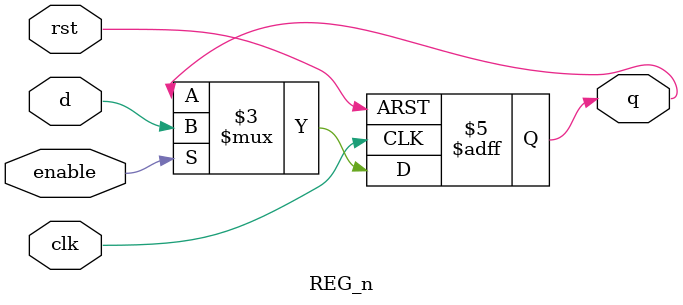
<source format=v>
module REG_n (
	input  wire		clk,
	input  wire 	rst,
	input  wire		enable,
	input  wire		d,
	output reg		q
);

	always @ (negedge clk or posedge rst) begin
		if (rst)
			q <= 1'b0;
		else if (enable)
			q <= d;
		else
			q <= q;
	end
endmodule

</source>
